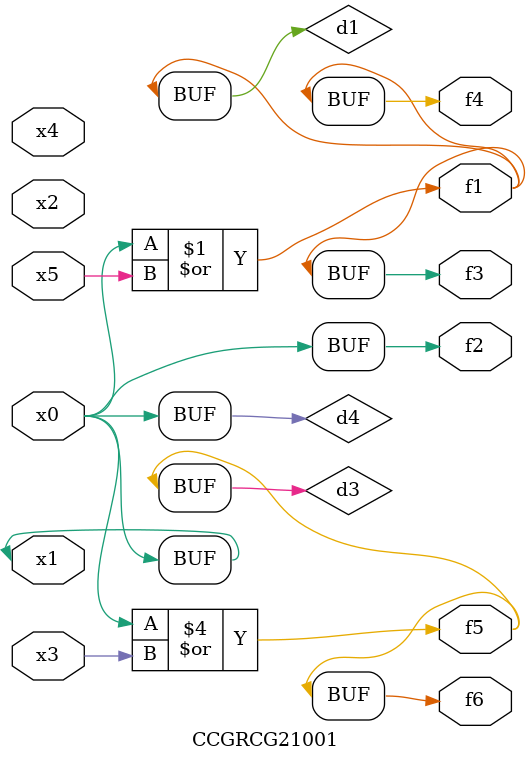
<source format=v>
module CCGRCG21001(
	input x0, x1, x2, x3, x4, x5,
	output f1, f2, f3, f4, f5, f6
);

	wire d1, d2, d3, d4;

	or (d1, x0, x5);
	xnor (d2, x1, x4);
	or (d3, x0, x3);
	buf (d4, x0, x1);
	assign f1 = d1;
	assign f2 = d4;
	assign f3 = d1;
	assign f4 = d1;
	assign f5 = d3;
	assign f6 = d3;
endmodule

</source>
